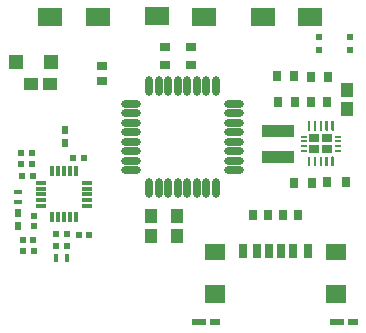
<source format=gtp>
G04*
G04 #@! TF.GenerationSoftware,Altium Limited,Altium Designer,23.6.0 (18)*
G04*
G04 Layer_Color=8421504*
%FSLAX44Y44*%
%MOMM*%
G71*
G04*
G04 #@! TF.SameCoordinates,26645B5F-4E51-4842-B81F-BC902FA672D2*
G04*
G04*
G04 #@! TF.FilePolarity,Positive*
G04*
G01*
G75*
%ADD15R,0.6000X0.2300*%
%ADD16R,0.9000X0.6500*%
%ADD17R,1.2500X1.2200*%
%ADD18R,1.1581X1.0121*%
%ADD19R,0.7500X0.9000*%
%ADD20R,0.6000X0.6200*%
%ADD21R,0.6000X0.7000*%
%ADD22R,0.6500X0.3500*%
%ADD23R,1.0121X1.1581*%
%ADD24R,1.8000X1.5000*%
%ADD25R,1.8000X1.3500*%
%ADD26R,0.8000X1.2000*%
%ADD27R,0.7600X1.2000*%
%ADD28R,0.7000X1.2000*%
%ADD29R,0.5000X0.5000*%
%ADD30R,0.6200X0.6000*%
%ADD31R,0.4500X0.6750*%
%ADD32R,0.8500X0.3000*%
%ADD33R,0.3000X0.8500*%
%ADD34R,0.9000X0.7500*%
%ADD35R,0.8621X0.7350*%
%ADD36O,1.7000X0.6000*%
%ADD37O,0.6000X1.7000*%
%ADD38R,0.7350X0.8621*%
%ADD39R,1.3000X0.5000*%
%ADD40R,0.8700X0.5000*%
%ADD41R,2.7000X1.0000*%
%ADD42R,0.8000X0.9000*%
%ADD43R,0.7565X0.8621*%
%ADD44R,0.5700X0.5500*%
%ADD45R,2.0000X1.5000*%
G36*
X262900Y142403D02*
X262900Y149253D01*
Y149482D01*
X263075Y149905D01*
X263398Y150228D01*
X263821Y150403D01*
X264050D01*
X264279D01*
X264701Y150228D01*
X265025Y149905D01*
X265200Y149482D01*
Y149253D01*
D01*
Y142403D01*
X262900D01*
D02*
G37*
G36*
X267900D02*
Y149253D01*
Y149482D01*
X268075Y149905D01*
X268398Y150228D01*
X268821Y150403D01*
X269050D01*
X269279D01*
X269701Y150228D01*
X270025Y149905D01*
X270200Y149482D01*
Y149253D01*
X270200D01*
Y142403D01*
X267900D01*
D02*
G37*
G36*
X272900D02*
Y149253D01*
Y149482D01*
X273075Y149905D01*
X273398Y150228D01*
X273821Y150403D01*
X274050D01*
X274279D01*
X274701Y150228D01*
X275025Y149905D01*
X275200Y149482D01*
Y149253D01*
D01*
Y142403D01*
X272900D01*
D02*
G37*
G36*
X277900D02*
X277900Y149253D01*
Y149482D01*
X278075Y149905D01*
X278398Y150228D01*
X278821Y150403D01*
X279050D01*
X279279D01*
X279701Y150228D01*
X280025Y149905D01*
X280200Y149482D01*
Y149253D01*
D01*
Y142403D01*
X277900D01*
D02*
G37*
G36*
X282900D02*
Y149253D01*
Y149482D01*
X283075Y149905D01*
X283398Y150228D01*
X283821Y150403D01*
X284050D01*
X284279D01*
X284701Y150228D01*
X285025Y149905D01*
X285200Y149482D01*
Y149253D01*
X285200D01*
Y142403D01*
X282900D01*
D02*
G37*
G36*
X265200Y179903D02*
Y173053D01*
Y172825D01*
X265025Y172402D01*
X264701Y172078D01*
X264279Y171903D01*
X264050D01*
X263821D01*
X263398Y172078D01*
X263075Y172402D01*
X262900Y172825D01*
Y173053D01*
X262900D01*
Y179903D01*
X265200D01*
D02*
G37*
G36*
X270200D02*
X270200Y173053D01*
Y172825D01*
X270025Y172402D01*
X269701Y172078D01*
X269279Y171903D01*
X269050D01*
X268821D01*
X268398Y172078D01*
X268075Y172402D01*
X267900Y172825D01*
Y173053D01*
D01*
Y179903D01*
X270200D01*
D02*
G37*
G36*
X275200D02*
Y173053D01*
Y172825D01*
X275025Y172402D01*
X274701Y172078D01*
X274279Y171903D01*
X274050D01*
X273821D01*
X273398Y172078D01*
X273075Y172402D01*
X272900Y172825D01*
Y173053D01*
D01*
Y179903D01*
X275200D01*
D02*
G37*
G36*
X280200D02*
Y173053D01*
Y172825D01*
X280025Y172402D01*
X279701Y172078D01*
X279279Y171903D01*
X279050D01*
X278821D01*
X278398Y172078D01*
X278075Y172402D01*
X277900Y172825D01*
Y173053D01*
X277900D01*
Y179903D01*
X280200D01*
D02*
G37*
G36*
X285200D02*
X285200Y173053D01*
Y172825D01*
X285025Y172402D01*
X284701Y172078D01*
X284279Y171903D01*
X284050D01*
X283821D01*
X283398Y172078D01*
X283075Y172402D01*
X282900Y172825D01*
Y173053D01*
D01*
Y179903D01*
X285200D01*
D02*
G37*
D15*
X259452Y155153D02*
D03*
Y159153D02*
D03*
X259452Y163154D02*
D03*
Y167154D02*
D03*
X288651Y155153D02*
D03*
Y159153D02*
D03*
X288652Y163154D02*
D03*
Y167154D02*
D03*
D16*
X268452Y165503D02*
D03*
Y156803D02*
D03*
X279652D02*
D03*
Y165503D02*
D03*
D17*
X45524Y230203D02*
D03*
X16024D02*
D03*
D18*
X28318Y211889D02*
D03*
X44858D02*
D03*
D19*
X279607Y128490D02*
D03*
X266916Y127947D02*
D03*
X251416D02*
D03*
X295106Y128490D02*
D03*
D20*
X20414Y143611D02*
D03*
X29614D02*
D03*
X21490Y79979D02*
D03*
X30690D02*
D03*
X20279Y153427D02*
D03*
X29478D02*
D03*
X22136Y70071D02*
D03*
X31336D02*
D03*
X49810Y74298D02*
D03*
X59010D02*
D03*
X73226Y148695D02*
D03*
X64026D02*
D03*
X78072Y84129D02*
D03*
X68872D02*
D03*
X58867Y84338D02*
D03*
X49667D02*
D03*
D21*
X17726Y102231D02*
D03*
Y91230D02*
D03*
X57226Y161446D02*
D03*
Y172446D02*
D03*
D22*
X17483Y119973D02*
D03*
Y111473D02*
D03*
D23*
X152653Y99488D02*
D03*
Y82949D02*
D03*
X130400Y99538D02*
D03*
Y82998D02*
D03*
X295873Y190323D02*
D03*
Y206863D02*
D03*
D24*
X286743Y34028D02*
D03*
X184242D02*
D03*
D25*
X286743Y69828D02*
D03*
X184242D02*
D03*
D26*
X207992Y70578D02*
D03*
X262993D02*
D03*
D27*
X220292D02*
D03*
X250692D02*
D03*
D28*
X240492D02*
D03*
X230492D02*
D03*
D29*
X20975Y134099D02*
D03*
X29975D02*
D03*
D30*
X31210Y91086D02*
D03*
Y100286D02*
D03*
D31*
X58842Y64384D02*
D03*
X49592D02*
D03*
D32*
X76203Y108153D02*
D03*
Y113153D02*
D03*
Y118153D02*
D03*
Y123153D02*
D03*
Y128153D02*
D03*
X37202D02*
D03*
Y123153D02*
D03*
Y118153D02*
D03*
Y113153D02*
D03*
Y108153D02*
D03*
D33*
X66702Y137653D02*
D03*
X61703D02*
D03*
X56702D02*
D03*
X51703D02*
D03*
X46702D02*
D03*
Y98653D02*
D03*
X51703D02*
D03*
X56702D02*
D03*
X61703D02*
D03*
X66702D02*
D03*
D34*
X163827Y242876D02*
D03*
Y227376D02*
D03*
X142291Y242943D02*
D03*
Y227443D02*
D03*
D35*
X89046Y214264D02*
D03*
Y226572D02*
D03*
D36*
X200354Y194702D02*
D03*
Y186702D02*
D03*
Y178702D02*
D03*
Y170702D02*
D03*
Y162701D02*
D03*
Y154701D02*
D03*
Y146701D02*
D03*
Y138702D02*
D03*
X113354D02*
D03*
Y146701D02*
D03*
Y154701D02*
D03*
Y162701D02*
D03*
Y170702D02*
D03*
Y178702D02*
D03*
Y186702D02*
D03*
Y194702D02*
D03*
D37*
X184854Y123202D02*
D03*
X176854D02*
D03*
X168854D02*
D03*
X160854D02*
D03*
X152854D02*
D03*
X144854D02*
D03*
X136854D02*
D03*
X128854D02*
D03*
Y210201D02*
D03*
X136854D02*
D03*
X144854D02*
D03*
X152854D02*
D03*
X160854D02*
D03*
X168854D02*
D03*
X176854D02*
D03*
X184854D02*
D03*
D38*
X216757Y100885D02*
D03*
X229065D02*
D03*
X241958Y101058D02*
D03*
X254266D02*
D03*
D39*
X171288Y10056D02*
D03*
X287803Y10125D02*
D03*
D40*
X184438Y10056D02*
D03*
X300953Y10125D02*
D03*
D41*
X238149Y150056D02*
D03*
Y172056D02*
D03*
D42*
X252504Y196506D02*
D03*
X237505D02*
D03*
X251612Y218289D02*
D03*
X236613D02*
D03*
X280401Y217983D02*
D03*
X265401D02*
D03*
D43*
X279080Y196411D02*
D03*
X266063D02*
D03*
D44*
X272840Y251613D02*
D03*
X298340D02*
D03*
X272840Y240012D02*
D03*
X298340D02*
D03*
D45*
X264949Y268194D02*
D03*
X44949Y268197D02*
D03*
X134949Y269020D02*
D03*
X84949Y268197D02*
D03*
X174949Y268194D02*
D03*
X224949D02*
D03*
M02*

</source>
